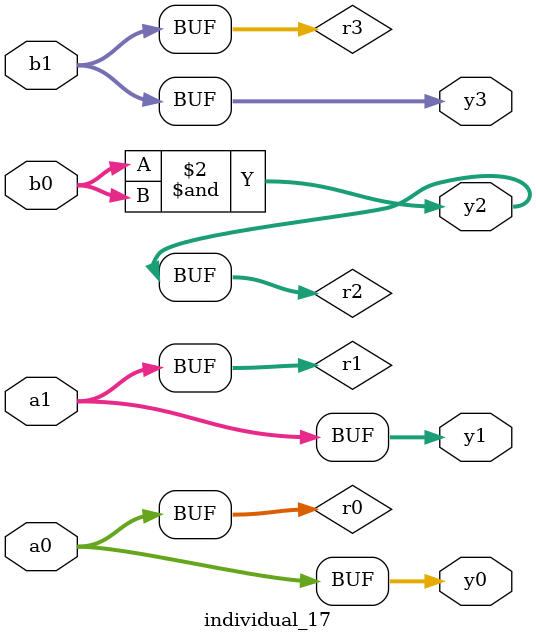
<source format=sv>
module individual_17(input logic [15:0] a1, input logic [15:0] a0, input logic [15:0] b1, input logic [15:0] b0, output logic [15:0] y3, output logic [15:0] y2, output logic [15:0] y1, output logic [15:0] y0);
logic [15:0] r0, r1, r2, r3; 
 always@(*) begin 
	 r0 = a0; r1 = a1; r2 = b0; r3 = b1; 
 	 r2  &=  b0 ;
 	 y3 = r3; y2 = r2; y1 = r1; y0 = r0; 
end
endmodule
</source>
